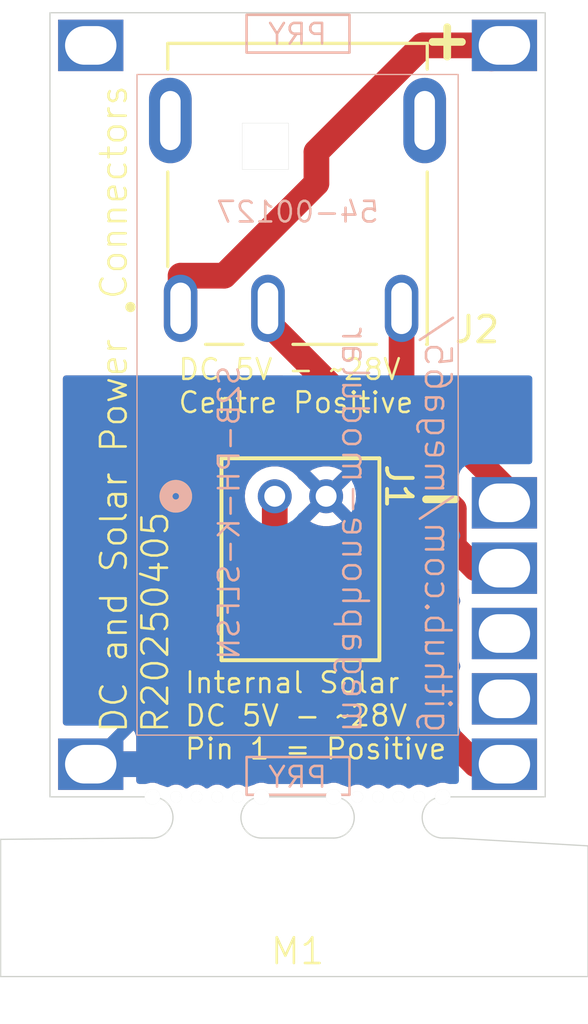
<source format=kicad_pcb>
(kicad_pcb (version 20240108) (generator "pcbnew") (generator_version "8.0")
  (layers (0 "F.Cu" signal) (31 "B.Cu" signal) (34 "B.Paste" user) (35 "F.Paste" user) (36 "B.SilkS" user "B.Silkscreen") (37 "F.SilkS" user "F.Silkscreen") (38 "B.Mask" user) (39 "F.Mask" user) (44 "Edge.Cuts" user))
  (net 0 "")
  (net 4 "INTERNAL_SOLAR_+")
  (net 5 "GND")
  (net 6 "DIRTY_DC_+")
  (net 7 "DIRTY_DC_-")
  (net 8 "DIRTY_DC_-_SENSE")
  (footprint "footprints:CONN_S2B-PH-K-S_JST" (layer "F.Cu") (at 62.484 47.879)
    (property "Reference" "J1" (at 4.826 -0.381 -90) (layer "F.SilkS"))
    (property "Value" "S2B-PH-K-SLFSN" (at -1.778 0.635 90) (layer "B.SilkS") (effects (font (size 0.8 0.8) (thickness 0.1)) (justify mirror)))
    (fp_circle (center -3.8514 0) (end -3.4704 0) (stroke (width 0.508)) (fill none) (layer "B.SilkS"))
    (fp_line (start -2.0734 -1.477) (end -2.0734 6.3716) (stroke (width 0.1524)) (layer "F.SilkS"))
    (fp_line (start -2.0734 6.3716) (end 4.0734 6.3716) (stroke (width 0.1524)) (layer "F.SilkS"))
    (fp_line (start 4.0734 -1.477) (end -2.0734 -1.477) (stroke (width 0.1524)) (layer "F.SilkS"))
    (fp_line (start 4.0734 6.3716) (end 4.0734 -1.477) (stroke (width 0.1524)) (layer "F.SilkS"))
    (fp_circle (center -3.8514 0) (end -3.4704 0) (stroke (width 0.508)) (fill none) (layer "F.SilkS"))
    (pad "1" thru_hole circle (at 0 0) (size 1.3208 1.3208) (drill 0.8128) (layers "*.Cu" "*.Mask" "In1.Cu" "In2.Cu" "In3.Cu" "In4.Cu" "In5.Cu" "In6.Cu" "In7.Cu" "In8.Cu" "In9.Cu" "In10.Cu" "In11.Cu" "In12.Cu" "In13.Cu" "In14.Cu" "In15.Cu" "In16.Cu" "In17.Cu" "In18.Cu" "In19.Cu" "In20.Cu" "In21.Cu" "In22.Cu" "In23.Cu" "In24.Cu" "In25.Cu" "In26.Cu" "In27.Cu" "In28.Cu" "In29.Cu" "In30.Cu") (net 4 "INTERNAL_SOLAR_+"))
    (pad "2" thru_hole circle (at 2.000001 0) (size 1.3208 1.3208) (drill 0.8128) (layers "*.Cu" "*.Mask" "In1.Cu" "In2.Cu" "In3.Cu" "In4.Cu" "In5.Cu" "In6.Cu" "In7.Cu" "In8.Cu" "In9.Cu" "In10.Cu" "In11.Cu" "In12.Cu" "In13.Cu" "In14.Cu" "In15.Cu" "In16.Cu" "In17.Cu" "In18.Cu" "In19.Cu" "In20.Cu" "In21.Cu" "In22.Cu" "In23.Cu" "In24.Cu" "In25.Cu" "In26.Cu" "In27.Cu" "In28.Cu" "In29.Cu" "In30.Cu") (net 5 "GND"))
  )
  (footprint "MegaCastle:MegaCastle2x12-Module-I12.5x25.7-M80181F-PANEL-NIBBLE" (layer "F.Cu") (at 63.373 44.323)
    (property "Reference" "M1" (at 0 21.24 0) (layer "F.SilkS") (effects (font (thickness 0.1))))
    (property "Value" "~")
    (fp_rect (start -6.25 12.84) (end 6.25 -12.84) (stroke (width 0.05)) (fill none) (layer "B.SilkS"))
    (fp_rect (start -1.984241 -13.691) (end 2.019516 -15.16) (stroke (width 0.1)) (fill none) (layer "B.SilkS"))
    (fp_rect (start -1.984241 13.691) (end 2.019516 15.16) (stroke (width 0.1)) (fill none) (layer "B.SilkS"))
    (fp_line (start -9.6375 -15.24) (end -9.6375 15.24) (stroke (width 0.05)) (layer "Edge.Cuts"))
    (fp_line (start -9.6375 -15.24) (end 9.6375 -15.24) (stroke (width 0.05)) (layer "Edge.Cuts"))
    (fp_line (start -9.6375 15.24) (end -6.05 15.24) (stroke (width 0.05)) (layer "Edge.Cuts"))
    (fp_line (start -6.05 15.24) (end -5.65 15.24) (stroke (width 0.05)) (layer "Edge.Cuts"))
    (fp_line (start -6.05 16.84) (end -5.65 16.84) (stroke (width 0.05)) (layer "Edge.Cuts"))
    (fp_line (start -1.005 15.24) (end -1.405 15.24) (stroke (width 0.05)) (layer "Edge.Cuts"))
    (fp_line (start -1.005 15.24) (end 1.005 15.24) (stroke (width 0.05)) (layer "Edge.Cuts"))
    (fp_line (start -1.005 16.84) (end -1.405 16.84) (stroke (width 0.05)) (layer "Edge.Cuts"))
    (fp_line (start 1.005 15.24) (end 1.405 15.24) (stroke (width 0.05)) (layer "Edge.Cuts"))
    (fp_line (start 1.005 16.84) (end 1.405 16.84) (stroke (width 0.05)) (layer "Edge.Cuts"))
    (fp_line (start 6.05 15.24) (end 5.650001 15.24) (stroke (width 0.05)) (layer "Edge.Cuts"))
    (fp_line (start 6.05 15.24) (end 9.6375 15.24) (stroke (width 0.05)) (layer "Edge.Cuts"))
    (fp_line (start 6.05 16.84) (end 5.650001 16.84) (stroke (width 0.05)) (layer "Edge.Cuts"))
    (fp_line (start 9.6375 -15.24) (end 9.6375 15.24) (stroke (width 0.05)) (layer "Edge.Cuts"))
    (fp_arc (start -5.65 15.24) (mid -4.85 16.040001) (end -5.65 16.84) (stroke (width 0.05)) (layer "Edge.Cuts"))
    (fp_arc (start -1.405 16.84) (mid -2.205 16.04) (end -1.405 15.24) (stroke (width 0.05)) (layer "Edge.Cuts"))
    (fp_arc (start 1.405 15.24) (mid 2.205 16.040001) (end 1.405 16.84) (stroke (width 0.05)) (layer "Edge.Cuts"))
    (fp_arc (start 5.650001 16.84) (mid 4.85 16.04) (end 5.650001 15.24) (stroke (width 0.05)) (layer "Edge.Cuts"))
    (fp_text user "PRY" (at 0 -13.94 0) (layer "B.SilkS") (effects (font (size 0.8 0.8) (thickness 0.1)) (justify bottom mirror)))
    (fp_text user "PRY" (at 0 14.94 0) (layer "B.SilkS") (effects (font (size 0.8 0.8) (thickness 0.1)) (justify bottom mirror)))
    (pad "" np_thru_hole circle (at -5.65 15.24) (size 0.6 0.6) (drill 0.6) (layers "*.Cu" "Edge.Cuts"))
    (pad "" np_thru_hole circle (at -4.7275 15.24) (size 0.45 0.45) (drill 0.45) (layers "*.Cu" "Edge.Cuts"))
    (pad "" np_thru_hole circle (at -3.9275 15.24) (size 0.45 0.45) (drill 0.45) (layers "*.Cu" "Edge.Cuts"))
    (pad "" np_thru_hole circle (at -3.1275 15.24) (size 0.45 0.45) (drill 0.45) (layers "*.Cu" "Edge.Cuts"))
    (pad "" np_thru_hole circle (at -2.3275 15.24) (size 0.45 0.45) (drill 0.45) (layers "*.Cu" "Edge.Cuts"))
    (pad "" np_thru_hole circle (at -1.405 15.24) (size 0.6 0.6) (drill 0.6) (layers "*.Cu" "Edge.Cuts"))
    (pad "" np_thru_hole circle (at 1.405 15.24) (size 0.6 0.6) (drill 0.6) (layers "*.Cu" "Edge.Cuts"))
    (pad "" np_thru_hole circle (at 2.3275 15.24) (size 0.45 0.45) (drill 0.45) (layers "*.Cu" "Edge.Cuts"))
    (pad "" np_thru_hole circle (at 3.1275 15.24) (size 0.45 0.45) (drill 0.45) (layers "*.Cu" "Edge.Cuts"))
    (pad "" np_thru_hole circle (at 3.9275 15.24) (size 0.45 0.45) (drill 0.45) (layers "*.Cu" "Edge.Cuts"))
    (pad "" np_thru_hole circle (at 4.7275 15.24) (size 0.45 0.45) (drill 0.45) (layers "*.Cu" "Edge.Cuts"))
    (pad "" np_thru_hole circle (at 5.65 15.24) (size 0.6 0.6) (drill 0.6) (layers "*.Cu" "Edge.Cuts"))
    (pad "1" thru_hole rect (at -8.05 -13.97) (size 2.54 2) (drill oval 2 1.5) (property pad_prop_castellated) (layers "*.Cu" "*.Mask" "In1.Cu" "In2.Cu" "In3.Cu" "In4.Cu" "In5.Cu" "In6.Cu" "In7.Cu" "In8.Cu" "In9.Cu" "In10.Cu" "In11.Cu" "In12.Cu" "In13.Cu" "In14.Cu" "In15.Cu" "In16.Cu" "In17.Cu" "In18.Cu" "In19.Cu" "In20.Cu" "In21.Cu" "In22.Cu" "In23.Cu" "In24.Cu" "In25.Cu" "In26.Cu" "In27.Cu" "In28.Cu" "In29.Cu" "In30.Cu"))
    (pad "12" thru_hole rect (at -8.05 13.97) (size 2.54 2) (drill oval 2 1.5) (property pad_prop_castellated) (layers "*.Cu" "*.Mask" "In1.Cu" "In2.Cu" "In3.Cu" "In4.Cu" "In5.Cu" "In6.Cu" "In7.Cu" "In8.Cu" "In9.Cu" "In10.Cu" "In11.Cu" "In12.Cu" "In13.Cu" "In14.Cu" "In15.Cu" "In16.Cu" "In17.Cu" "In18.Cu" "In19.Cu" "In20.Cu" "In21.Cu" "In22.Cu" "In23.Cu" "In24.Cu" "In25.Cu" "In26.Cu" "In27.Cu" "In28.Cu" "In29.Cu" "In30.Cu") (net 5 "GND"))
    (pad "13" thru_hole rect (at 8.05 -13.97) (size 2.54 2) (drill oval 2 1.5) (property pad_prop_castellated) (layers "*.Cu" "*.Mask" "In1.Cu" "In2.Cu" "In3.Cu" "In4.Cu" "In5.Cu" "In6.Cu" "In7.Cu" "In8.Cu" "In9.Cu" "In10.Cu" "In11.Cu" "In12.Cu" "In13.Cu" "In14.Cu" "In15.Cu" "In16.Cu" "In17.Cu" "In18.Cu" "In19.Cu" "In20.Cu" "In21.Cu" "In22.Cu" "In23.Cu" "In24.Cu" "In25.Cu" "In26.Cu" "In27.Cu" "In28.Cu" "In29.Cu" "In30.Cu") (net 6 "DIRTY_DC_+"))
    (pad "20" thru_hole rect (at 8.05 3.81) (size 2.54 2) (drill oval 2 1.5) (property pad_prop_castellated) (layers "*.Cu" "*.Mask" "In1.Cu" "In2.Cu" "In3.Cu" "In4.Cu" "In5.Cu" "In6.Cu" "In7.Cu" "In8.Cu" "In9.Cu" "In10.Cu" "In11.Cu" "In12.Cu" "In13.Cu" "In14.Cu" "In15.Cu" "In16.Cu" "In17.Cu" "In18.Cu" "In19.Cu" "In20.Cu" "In21.Cu" "In22.Cu" "In23.Cu" "In24.Cu" "In25.Cu" "In26.Cu" "In27.Cu" "In28.Cu" "In29.Cu" "In30.Cu") (net 7 "DIRTY_DC_-"))
    (pad "21" thru_hole rect (at 8.05 6.35) (size 2.54 2) (drill oval 2 1.5) (property pad_prop_castellated) (layers "*.Cu" "*.Mask" "In1.Cu" "In2.Cu" "In3.Cu" "In4.Cu" "In5.Cu" "In6.Cu" "In7.Cu" "In8.Cu" "In9.Cu" "In10.Cu" "In11.Cu" "In12.Cu" "In13.Cu" "In14.Cu" "In15.Cu" "In16.Cu" "In17.Cu" "In18.Cu" "In19.Cu" "In20.Cu" "In21.Cu" "In22.Cu" "In23.Cu" "In24.Cu" "In25.Cu" "In26.Cu" "In27.Cu" "In28.Cu" "In29.Cu" "In30.Cu") (net 8 "DIRTY_DC_-_SENSE"))
    (pad "22" thru_hole rect (at 8.05 8.89) (size 2.54 2) (drill oval 2 1.5) (property pad_prop_castellated) (layers "*.Cu" "*.Mask" "In1.Cu" "In2.Cu" "In3.Cu" "In4.Cu" "In5.Cu" "In6.Cu" "In7.Cu" "In8.Cu" "In9.Cu" "In10.Cu" "In11.Cu" "In12.Cu" "In13.Cu" "In14.Cu" "In15.Cu" "In16.Cu" "In17.Cu" "In18.Cu" "In19.Cu" "In20.Cu" "In21.Cu" "In22.Cu" "In23.Cu" "In24.Cu" "In25.Cu" "In26.Cu" "In27.Cu" "In28.Cu" "In29.Cu" "In30.Cu"))
    (pad "23" thru_hole rect (at 8.05 11.43) (size 2.54 2) (drill oval 2 1.5) (property pad_prop_castellated) (layers "*.Cu" "*.Mask" "In1.Cu" "In2.Cu" "In3.Cu" "In4.Cu" "In5.Cu" "In6.Cu" "In7.Cu" "In8.Cu" "In9.Cu" "In10.Cu" "In11.Cu" "In12.Cu" "In13.Cu" "In14.Cu" "In15.Cu" "In16.Cu" "In17.Cu" "In18.Cu" "In19.Cu" "In20.Cu" "In21.Cu" "In22.Cu" "In23.Cu" "In24.Cu" "In25.Cu" "In26.Cu" "In27.Cu" "In28.Cu" "In29.Cu" "In30.Cu"))
    (pad "24" thru_hole rect (at 8.05 13.97) (size 2.54 2) (drill oval 2 1.5) (property pad_prop_castellated) (layers "*.Cu" "*.Mask" "In1.Cu" "In2.Cu" "In3.Cu" "In4.Cu" "In5.Cu" "In6.Cu" "In7.Cu" "In8.Cu" "In9.Cu" "In10.Cu" "In11.Cu" "In12.Cu" "In13.Cu" "In14.Cu" "In15.Cu" "In16.Cu" "In17.Cu" "In18.Cu" "In19.Cu" "In20.Cu" "In21.Cu" "In22.Cu" "In23.Cu" "In24.Cu" "In25.Cu" "In26.Cu" "In27.Cu" "In28.Cu" "In29.Cu" "In30.Cu") (net 4 "INTERNAL_SOLAR_+"))
  )
  (footprint "footprints:TENSILITY_54-00127" (layer "F.Cu") (at 63.37 33.274 180)
    (property "Reference" "J2" (at -6.988 -8.128 360) (layer "F.SilkS"))
    (property "Value" "54-00127" (at -0.003 -3.556 0) (layer "B.SilkS") (effects (font (size 0.8 0.8) (thickness 0.1)) (justify mirror)))
    (fp_line (start 5.05 3) (end 5.05 2) (stroke (width 0.127)) (layer "F.SilkS"))
    (fp_line (start 5.05 3) (end -5.05 3) (stroke (width 0.127)) (layer "F.SilkS"))
    (fp_line (start 5.05 -5.672) (end 5.05 -2) (stroke (width 0.127)) (layer "F.SilkS"))
    (fp_line (start 2.124 -8.7) (end 3.576 -8.7) (stroke (width 0.127)) (layer "F.SilkS"))
    (fp_line (start -3.076 -8.7) (end 0.176 -8.7) (stroke (width 0.127)) (layer "F.SilkS"))
    (fp_line (start -5.05 3) (end -5.05 2) (stroke (width 0.127)) (layer "F.SilkS"))
    (fp_line (start -5.05 -2) (end -5.05 -8.7) (stroke (width 0.127)) (layer "F.SilkS"))
    (fp_line (start -5.05 -8.7) (end -5.024 -8.7) (stroke (width 0.127)) (layer "F.SilkS"))
    (fp_circle (center 6.5 -7.25) (end 6.6 -7.25) (stroke (width 0.2)) (fill none) (layer "F.SilkS"))
    (fp_line (start 2.15 -0.1) (end 0.35 -0.1) (stroke (width 0.01)) (layer "Edge.Cuts"))
    (fp_line (start 2.15 -1.9) (end 2.15 -0.1) (stroke (width 0.01)) (layer "Edge.Cuts"))
    (fp_line (start 0.35 -0.1) (end 0.35 -1.9) (stroke (width 0.01)) (layer "Edge.Cuts"))
    (fp_line (start 0.35 -1.9) (end 2.15 -1.9) (stroke (width 0.01)) (layer "Edge.Cuts"))
    (pad "A" thru_hole oval (at 4.55 -7.3 180) (size 1.308 2.616) (drill oval 0.8 2) (layers "*.Cu" "*.Mask" "In1.Cu" "In2.Cu" "In3.Cu" "In4.Cu" "In5.Cu" "In6.Cu" "In7.Cu" "In8.Cu" "In9.Cu" "In10.Cu" "In11.Cu" "In12.Cu" "In13.Cu" "In14.Cu" "In15.Cu" "In16.Cu" "In17.Cu" "In18.Cu" "In19.Cu" "In20.Cu" "In21.Cu" "In22.Cu" "In23.Cu" "In24.Cu" "In25.Cu" "In26.Cu" "In27.Cu" "In28.Cu" "In29.Cu" "In30.Cu") (net 6 "DIRTY_DC_+"))
    (pad "B" thru_hole oval (at -4.05 -7.3 180) (size 1.308 2.616) (drill oval 0.8 2) (layers "*.Cu" "*.Mask" "In1.Cu" "In2.Cu" "In3.Cu" "In4.Cu" "In5.Cu" "In6.Cu" "In7.Cu" "In8.Cu" "In9.Cu" "In10.Cu" "In11.Cu" "In12.Cu" "In13.Cu" "In14.Cu" "In15.Cu" "In16.Cu" "In17.Cu" "In18.Cu" "In19.Cu" "In20.Cu" "In21.Cu" "In22.Cu" "In23.Cu" "In24.Cu" "In25.Cu" "In26.Cu" "In27.Cu" "In28.Cu" "In29.Cu" "In30.Cu") (net 7 "DIRTY_DC_-"))
    (pad "C" thru_hole oval (at 1.15 -7.3 180) (size 1.308 2.616) (drill oval 0.8 2) (layers "*.Cu" "*.Mask" "In1.Cu" "In2.Cu" "In3.Cu" "In4.Cu" "In5.Cu" "In6.Cu" "In7.Cu" "In8.Cu" "In9.Cu" "In10.Cu" "In11.Cu" "In12.Cu" "In13.Cu" "In14.Cu" "In15.Cu" "In16.Cu" "In17.Cu" "In18.Cu" "In19.Cu" "In20.Cu" "In21.Cu" "In22.Cu" "In23.Cu" "In24.Cu" "In25.Cu" "In26.Cu" "In27.Cu" "In28.Cu" "In29.Cu" "In30.Cu") (net 8 "DIRTY_DC_-_SENSE"))
    (pad "SH1" thru_hole oval (at -4.95 0 180) (size 1.66 3.32) (drill oval 0.8 2.3) (layers "*.Cu" "*.Mask" "In1.Cu" "In2.Cu" "In3.Cu" "In4.Cu" "In5.Cu" "In6.Cu" "In7.Cu" "In8.Cu" "In9.Cu" "In10.Cu" "In11.Cu" "In12.Cu" "In13.Cu" "In14.Cu" "In15.Cu" "In16.Cu" "In17.Cu" "In18.Cu" "In19.Cu" "In20.Cu" "In21.Cu" "In22.Cu" "In23.Cu" "In24.Cu" "In25.Cu" "In26.Cu" "In27.Cu" "In28.Cu" "In29.Cu" "In30.Cu"))
    (pad "SH2" thru_hole oval (at 4.95 0 180) (size 1.66 3.32) (drill oval 0.8 2.3) (layers "*.Cu" "*.Mask" "In1.Cu" "In2.Cu" "In3.Cu" "In4.Cu" "In5.Cu" "In6.Cu" "In7.Cu" "In8.Cu" "In9.Cu" "In10.Cu" "In11.Cu" "In12.Cu" "In13.Cu" "In14.Cu" "In15.Cu" "In16.Cu" "In17.Cu" "In18.Cu" "In19.Cu" "In20.Cu" "In21.Cu" "In22.Cu" "In23.Cu" "In24.Cu" "In25.Cu" "In26.Cu" "In27.Cu" "In28.Cu" "In29.Cu" "In30.Cu"))
  )
  (gr_line (start 74.676 66.548) (end 74.676 61.468) (stroke (width 0.05)) (layer "Edge.Cuts"))
  (gr_line (start 64.378 61.163) (end 62.368 61.163) (stroke (width 0.05)) (layer "Edge.Cuts"))
  (gr_line (start 51.816 61.214) (end 51.816 66.548) (stroke (width 0.05)) (layer "Edge.Cuts"))
  (gr_line (start 74.676 61.468) (end 69.423 61.163) (stroke (width 0.05)) (layer "Edge.Cuts"))
  (gr_line (start 51.816 66.548) (end 74.676 66.548) (stroke (width 0.05)) (layer "Edge.Cuts"))
  (gr_line (start 57.323 61.163) (end 51.816 61.214) (stroke (width 0.05)) (layer "Edge.Cuts"))
  (gr_text "github.com/mega65/\n\nmegaphone-modular" (at 65.024 57.15 -90) (layer "B.SilkS") (effects (font (size 1 1) (thickness 0.1)) (justify left bottom mirror)))
  (gr_text "-" (at 67.818 48.768 0) (layer "F.SilkS") (effects (font (size 1.5 1.5) (thickness 0.3) (bold yes)) (justify left bottom)))
  (gr_text "DC and Solar Power  Connectors\nR20250405" (at 58.42 57.15 90) (layer "F.SilkS") (effects (font (size 1 1) (thickness 0.1)) (justify left bottom)))
  (gr_text "+" (at 68.072 30.988 0) (layer "F.SilkS") (effects (font (size 1.5 1.5) (thickness 0.3) (bold yes)) (justify left bottom)))
  (gr_text "DC 5V - ~28V\nCentre Positive" (at 58.674 44.704 0) (layer "F.SilkS") (effects (font (size 0.8 0.8) (thickness 0.1)) (justify left bottom)))
  (gr_text "Internal Solar\nDC 5V - ~28V\nPin 1 = Positive\n" (at 58.928 58.166 0) (layer "F.SilkS") (effects (font (size 0.8 0.8) (thickness 0.1)) (justify left bottom)))
  (segment (start 70.293 58.293) (end 71.423 58.293) (width 1) (layer "F.Cu") (net 4))
  (segment (start 62.484 50.484) (end 70.293 58.293) (width 1) (layer "F.Cu") (net 4))
  (segment (start 62.484 47.879) (end 62.484 50.484) (width 1) (layer "F.Cu") (net 4))
  (segment (start 55.323 58.293) (end 58.547 58.293) (width 1) (layer "F.Cu") (net 5))
  (segment (start 58.547 58.293) (end 58.674 58.166) (width 1) (layer "F.Cu") (net 5))
  (segment (start 55.323 58.293) (end 58.293 58.293) (width 1) (layer "B.Cu") (net 5))
  (segment (start 58.293 58.293) (end 58.674 57.912) (width 1) (layer "B.Cu") (net 5))
  (segment (start 64.107 34.493253) (end 68.247253 30.353) (width 1) (layer "F.Cu") (net 6))
  (segment (start 58.82 39.304) (end 60.518 39.304) (width 1) (layer "F.Cu") (net 6))
  (segment (start 64.107 35.715) (end 64.107 34.493253) (width 1) (layer "F.Cu") (net 6))
  (segment (start 60.518 39.304) (end 64.107 35.715) (width 1) (layer "F.Cu") (net 6))
  (segment (start 70.915 30.861) (end 71.423 30.353) (width 1) (layer "F.Cu") (net 6))
  (segment (start 58.82 40.574) (end 58.82 39.304) (width 1) (layer "F.Cu") (net 6))
  (segment (start 68.247253 30.353) (end 71.423 30.353) (width 1) (layer "F.Cu") (net 6))
  (segment (start 71.423 47.547) (end 71.423 48.133) (width 1) (layer "F.Cu") (net 7))
  (segment (start 67.42 40.574) (end 67.42 43.544) (width 1) (layer "F.Cu") (net 7))
  (segment (start 67.42 43.544) (end 71.423 47.547) (width 1) (layer "F.Cu") (net 7))
  (segment (start 69.453 49.833) (end 70.293 50.673) (width 1) (layer "F.Cu") (net 8))
  (segment (start 62.22 41.138) (end 69.453 48.371) (width 1) (layer "F.Cu") (net 8))
  (segment (start 69.453 48.371) (end 69.453 49.833) (width 1) (layer "F.Cu") (net 8))
  (segment (start 70.293 50.673) (end 71.423 50.673) (width 1) (layer "F.Cu") (net 8))
  (segment (start 62.22 40.574) (end 62.22 41.138) (width 1) (layer "F.Cu") (net 8))
  (zone (net 5) (net_name "GND") (layers "F.Cu" "B.Cu") (connect_pads (clearance 0.5)) (min_thickness 0.25) (fill yes (thermal_gap 0.5) (thermal_bridge_width 0.5))
    (polygon (pts (xy 53.34 43.18) (xy 53.34 60.96) (xy 73.66 60.96) (xy 73.66 43.18)))
  )
)
</source>
